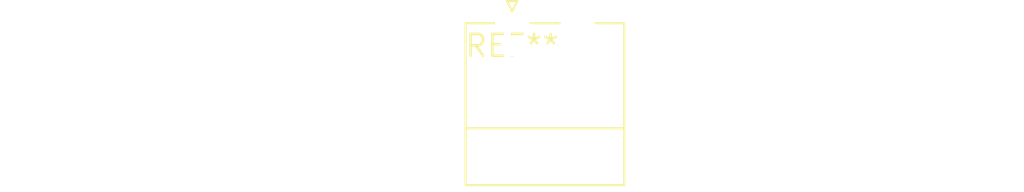
<source format=kicad_pcb>
(kicad_pcb (version 20240108) (generator pcbnew)
  (layers (0 "F.Cu" signal) (31 "B.Cu" signal) (34 "B.Paste" user) (35 "F.Paste" user) (36 "B.SilkS" user "B.Silkscreen") (37 "F.SilkS" user "F.Silkscreen") (38 "B.Mask" user) (39 "F.Mask" user) (44 "Edge.Cuts" user))
  (net 0 "")
  (footprint "PhoenixContact_MC_1,5_2-G-3.81_1x02_P3.81mm_Horizontal" (layer "F.Cu") (at 0 0)
    (property "Reference" "REF**")
    (property "Value" "PhoenixContact_MC_1,5_2-G-3.81_1x02_P3.81mm_Horizontal")
    (fp_line (start -2.71 -1.31) (end -2.71 8.11) (layer "F.SilkS") (stroke (width 0.12)))
    (fp_line (start -2.71 -1.31) (end -1.05 -1.31) (layer "F.SilkS") (stroke (width 0.12)))
    (fp_line (start -2.71 4.8) (end 6.52 4.8) (layer "F.SilkS") (stroke (width 0.12)))
    (fp_line (start -2.71 8.11) (end 6.52 8.11) (layer "F.SilkS") (stroke (width 0.12)))
    (fp_line (start -0.3 -2.6) (end 0.3 -2.6) (layer "F.SilkS") (stroke (width 0.12)))
    (fp_line (start 0 -2) (end -0.3 -2.6) (layer "F.SilkS") (stroke (width 0.12)))
    (fp_line (start 0.3 -2.6) (end 0 -2) (layer "F.SilkS") (stroke (width 0.12)))
    (fp_line (start 1.05 -1.31) (end 2.76 -1.31) (layer "F.SilkS") (stroke (width 0.12)))
    (fp_line (start 6.52 -1.31) (end 4.86 -1.31) (layer "F.SilkS") (stroke (width 0.12)))
    (fp_line (start 6.52 8.11) (end 6.52 -1.31) (layer "F.SilkS") (stroke (width 0.12)))
    (pad "1" thru_hole roundrect (at 0 0) (size 1.8 3.6) (drill 1.2) (layers *.Cu *.Mask) (remove_unused_layers) (roundrect_rratio 0.138889))
    (pad "2" thru_hole oval (at 3.81 0) (size 1.8 3.6) (drill 1.2) (layers *.Cu *.Mask) (remove_unused_layers))
  )
)
</source>
